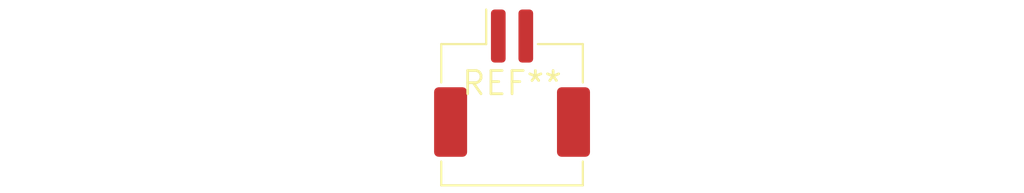
<source format=kicad_pcb>
(kicad_pcb (version 20240108) (generator pcbnew)
  (layers (0 "F.Cu" signal) (31 "B.Cu" signal) (34 "B.Paste" user) (35 "F.Paste" user) (36 "B.SilkS" user "B.Silkscreen") (37 "F.SilkS" user "F.Silkscreen") (38 "B.Mask" user) (39 "F.Mask" user) (44 "Edge.Cuts" user))
  (net 0 "")
  (footprint "JST_ZE_SM02B-ZESS-TB_1x02-1MP_P1.50mm_Horizontal" (layer "F.Cu") (at 0 0)
    (property "Reference" "REF**")
    (property "Value" "JST_ZE_SM02B-ZESS-TB_1x02-1MP_P1.50mm_Horizontal")
    (fp_line (start -3.86 -2.135) (end -1.41 -2.135) (layer "F.SilkS") (stroke (width 0.12)))
    (fp_line (start -3.86 -0.035) (end -3.86 -2.135) (layer "F.SilkS") (stroke (width 0.12)))
    (fp_line (start -3.86 4.285) (end -3.86 5.585) (layer "F.SilkS") (stroke (width 0.12)))
    (fp_line (start -3.86 5.585) (end 3.86 5.585) (layer "F.SilkS") (stroke (width 0.12)))
    (fp_line (start -1.41 -2.135) (end -1.41 -4.025) (layer "F.SilkS") (stroke (width 0.12)))
    (fp_line (start 3.86 -2.135) (end 1.41 -2.135) (layer "F.SilkS") (stroke (width 0.12)))
    (fp_line (start 3.86 -0.035) (end 3.86 -2.135) (layer "F.SilkS") (stroke (width 0.12)))
    (fp_line (start 3.86 5.585) (end 3.86 4.285) (layer "F.SilkS") (stroke (width 0.12)))
    (pad "1" smd roundrect (at -0.75 -2.575) (size 0.8 2.9) (layers "F.Cu" "F.Paste" "F.Mask"))
    (pad "2" smd roundrect (at 0.75 -2.575) (size 0.8 2.9) (layers "F.Cu" "F.Paste" "F.Mask"))
    (pad "MP" smd roundrect (at -3.35 2.125) (size 1.8 3.8) (layers "F.Cu" "F.Paste" "F.Mask") (roundrect_rratio 0.138889))
    (pad "MP" smd roundrect (at 3.35 2.125) (size 1.8 3.8) (layers "F.Cu" "F.Paste" "F.Mask") (roundrect_rratio 0.138889))
  )
)
</source>
